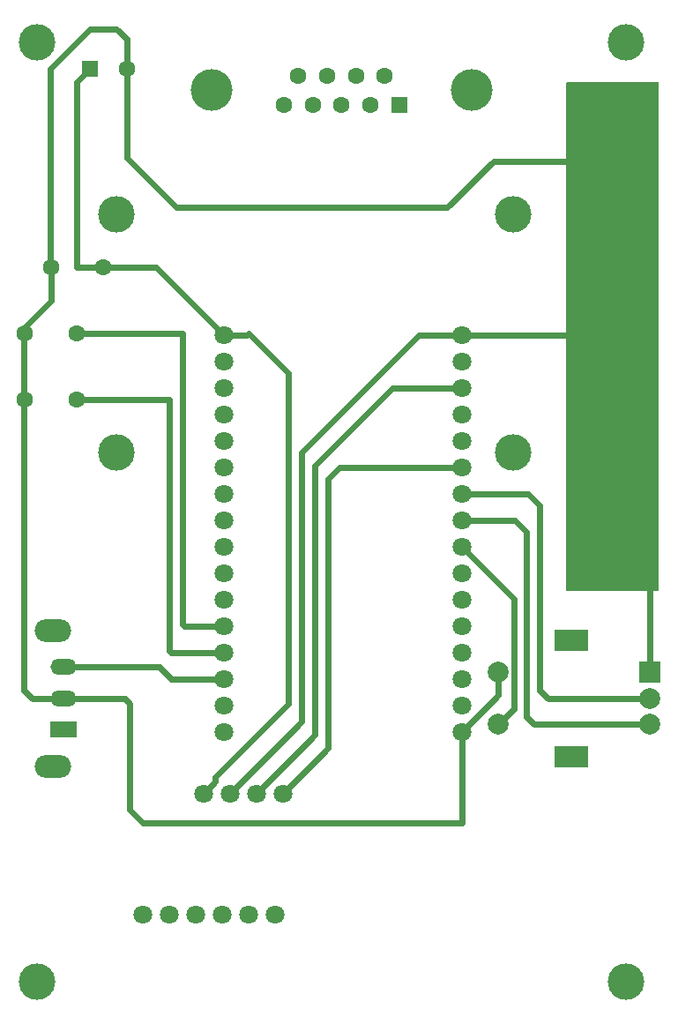
<source format=gbr>
%TF.GenerationSoftware,KiCad,Pcbnew,9.0.5*%
%TF.CreationDate,2025-10-04T12:42:16+02:00*%
%TF.ProjectId,elastick_adapter,656c6173-7469-4636-9b5f-616461707465,rev?*%
%TF.SameCoordinates,Original*%
%TF.FileFunction,Copper,L2,Bot*%
%TF.FilePolarity,Positive*%
%FSLAX46Y46*%
G04 Gerber Fmt 4.6, Leading zero omitted, Abs format (unit mm)*
G04 Created by KiCad (PCBNEW 9.0.5) date 2025-10-04 12:42:16*
%MOMM*%
%LPD*%
G01*
G04 APERTURE LIST*
G04 Aperture macros list*
%AMRoundRect*
0 Rectangle with rounded corners*
0 $1 Rounding radius*
0 $2 $3 $4 $5 $6 $7 $8 $9 X,Y pos of 4 corners*
0 Add a 4 corners polygon primitive as box body*
4,1,4,$2,$3,$4,$5,$6,$7,$8,$9,$2,$3,0*
0 Add four circle primitives for the rounded corners*
1,1,$1+$1,$2,$3*
1,1,$1+$1,$4,$5*
1,1,$1+$1,$6,$7*
1,1,$1+$1,$8,$9*
0 Add four rect primitives between the rounded corners*
20,1,$1+$1,$2,$3,$4,$5,0*
20,1,$1+$1,$4,$5,$6,$7,0*
20,1,$1+$1,$6,$7,$8,$9,0*
20,1,$1+$1,$8,$9,$2,$3,0*%
G04 Aperture macros list end*
%TA.AperFunction,ComponentPad*%
%ADD10C,1.800000*%
%TD*%
%TA.AperFunction,WasherPad*%
%ADD11C,3.500000*%
%TD*%
%TA.AperFunction,ComponentPad*%
%ADD12C,1.600000*%
%TD*%
%TA.AperFunction,ComponentPad*%
%ADD13C,4.000000*%
%TD*%
%TA.AperFunction,ComponentPad*%
%ADD14R,1.600000X1.600000*%
%TD*%
%TA.AperFunction,ComponentPad*%
%ADD15RoundRect,0.250000X-0.550000X-0.550000X0.550000X-0.550000X0.550000X0.550000X-0.550000X0.550000X0*%
%TD*%
%TA.AperFunction,ComponentPad*%
%ADD16R,2.000000X2.000000*%
%TD*%
%TA.AperFunction,ComponentPad*%
%ADD17C,2.000000*%
%TD*%
%TA.AperFunction,ComponentPad*%
%ADD18R,3.200000X2.000000*%
%TD*%
%TA.AperFunction,ComponentPad*%
%ADD19O,3.500000X2.200000*%
%TD*%
%TA.AperFunction,ComponentPad*%
%ADD20R,2.500000X1.500000*%
%TD*%
%TA.AperFunction,ComponentPad*%
%ADD21O,2.500000X1.500000*%
%TD*%
%TA.AperFunction,Conductor*%
%ADD22C,0.600000*%
%TD*%
G04 APERTURE END LIST*
D10*
%TO.P,J2,1,VBUS*%
%TO.N,unconnected-(J2-VBUS-Pad1)*%
X119380000Y-149840000D03*
%TO.P,J2,2,GND*%
%TO.N,unconnected-(J2-GND-Pad2)*%
X121920000Y-149840000D03*
%TO.P,J2,3,CC1*%
%TO.N,unconnected-(J2-CC1-Pad3)*%
X124460000Y-149840000D03*
%TO.P,J2,4,D-*%
%TO.N,unconnected-(J2-D--Pad4)*%
X127000000Y-149840000D03*
%TO.P,J2,5,D+*%
%TO.N,unconnected-(J2-D+-Pad5)*%
X129540000Y-149840000D03*
%TO.P,J2,6,CC2*%
%TO.N,unconnected-(J2-CC2-Pad6)*%
X132080000Y-149840000D03*
%TD*%
D11*
%TO.P,REF\u002A\u002A,*%
%TO.N,*%
X165735000Y-156210000D03*
%TD*%
%TO.P,REF\u002A\u002A,*%
%TO.N,*%
X165735000Y-66040000D03*
%TD*%
D12*
%TO.P,C4,1*%
%TO.N,/GND_NET*%
X107990000Y-100330000D03*
%TO.P,C4,2*%
%TO.N,Net-(C4-Pad2)*%
X112990000Y-100330000D03*
%TD*%
%TO.P,C3,1*%
%TO.N,/GND_NET*%
X107990000Y-93980000D03*
%TO.P,C3,2*%
%TO.N,Net-(C3-Pad2)*%
X112990000Y-93980000D03*
%TD*%
D11*
%TO.P,REF\u002A\u002A,*%
%TO.N,*%
X154940000Y-105410000D03*
%TD*%
%TO.P,REF\u002A\u002A,*%
%TO.N,*%
X116840000Y-82550000D03*
%TD*%
%TO.P,REF\u002A\u002A,*%
%TO.N,*%
X109220000Y-66040000D03*
%TD*%
%TO.P,REF\u002A\u002A,*%
%TO.N,*%
X109220000Y-156210000D03*
%TD*%
D13*
%TO.P,J1,0,PAD*%
%TO.N,unconnected-(J1-PAD-Pad0)_1*%
X150930000Y-70675331D03*
%TO.N,unconnected-(J1-PAD-Pad0)*%
X125930000Y-70675331D03*
D14*
%TO.P,J1,1,1*%
%TO.N,Net-(U1-4)*%
X143970000Y-72095331D03*
D12*
%TO.P,J1,2,2*%
%TO.N,Net-(U1-17)*%
X141200000Y-72095331D03*
%TO.P,J1,3,3*%
%TO.N,Net-(U1-26)*%
X138430000Y-72095331D03*
%TO.P,J1,4,4*%
%TO.N,Net-(U1-14)*%
X135660000Y-72095331D03*
%TO.P,J1,5,5*%
%TO.N,Net-(C4-Pad2)*%
X132890000Y-72095331D03*
%TO.P,J1,6,6*%
%TO.N,Net-(U1-16)*%
X142585000Y-69255331D03*
%TO.P,J1,7,7*%
%TO.N,Net-(U1-25)*%
X139815000Y-69255331D03*
%TO.P,J1,8,8*%
%TO.N,Net-(U1-27)*%
X137045000Y-69255331D03*
%TO.P,J1,9,9*%
%TO.N,Net-(C3-Pad2)*%
X134275000Y-69255331D03*
%TD*%
D11*
%TO.P,REF\u002A\u002A,*%
%TO.N,*%
X154940000Y-82550000D03*
%TD*%
%TO.P,REF\u002A\u002A,*%
%TO.N,*%
X116840000Y-105410000D03*
%TD*%
D10*
%TO.P,U1,1,3v*%
%TO.N,Net-(DS1-vcc)*%
X127125000Y-94135662D03*
%TO.P,U1,2,reset*%
%TO.N,unconnected-(U1-reset-Pad2)*%
X127125000Y-96675662D03*
%TO.P,U1,3,36*%
%TO.N,unconnected-(U1-36-Pad3)*%
X127125000Y-99215662D03*
%TO.P,U1,4,39*%
%TO.N,unconnected-(U1-39-Pad4)*%
X127125000Y-101755662D03*
%TO.P,U1,5,34*%
%TO.N,unconnected-(U1-34-Pad5)*%
X127125000Y-104295662D03*
%TO.P,U1,6,32*%
%TO.N,unconnected-(U1-32-Pad6)*%
X127125000Y-106835662D03*
%TO.P,U1,7,33*%
%TO.N,unconnected-(U1-33-Pad7)*%
X127125000Y-109375662D03*
%TO.P,U1,8,25*%
%TO.N,Net-(U1-25)*%
X127125000Y-111915662D03*
%TO.P,U1,9,26*%
%TO.N,Net-(U1-26)*%
X127125000Y-114455662D03*
%TO.P,U1,10,27*%
%TO.N,Net-(U1-27)*%
X127125000Y-116995662D03*
%TO.P,U1,11,14*%
%TO.N,Net-(U1-14)*%
X127125000Y-119535662D03*
%TO.P,U1,12,12*%
%TO.N,Net-(C3-Pad2)*%
X127125000Y-122075662D03*
%TO.P,U1,13,13*%
%TO.N,Net-(C4-Pad2)*%
X127125000Y-124615662D03*
%TO.P,U1,14,enable*%
%TO.N,Net-(SW1-C)*%
X127125000Y-127155662D03*
%TO.P,U1,15,usb*%
%TO.N,unconnected-(U1-usb-Pad15)*%
X127125000Y-129695662D03*
%TO.P,U1,16,bat*%
%TO.N,unconnected-(U1-bat-Pad16)*%
X127125000Y-132235662D03*
%TO.P,U1,17,gnd*%
%TO.N,/GND_NET*%
X149985000Y-94135662D03*
%TO.P,U1,18,23*%
%TO.N,unconnected-(U1-23-Pad18)*%
X149985000Y-96675662D03*
%TO.P,U1,19,22*%
%TO.N,Net-(DS1-scl)*%
X149985000Y-99215662D03*
%TO.P,U1,20,1*%
%TO.N,unconnected-(U1-1-Pad20)*%
X149985000Y-101755662D03*
%TO.P,U1,21,3*%
%TO.N,unconnected-(U1-3-Pad21)*%
X149985000Y-104295662D03*
%TO.P,U1,22,21*%
%TO.N,Net-(DS1-sda)*%
X149985000Y-106835662D03*
%TO.P,U1,23,19*%
%TO.N,Net-(U1-19)*%
X149985000Y-109375662D03*
%TO.P,U1,24,18*%
%TO.N,Net-(U1-18)*%
X149985000Y-111915662D03*
%TO.P,U1,25,5*%
%TO.N,Net-(U1-5)*%
X149985000Y-114455662D03*
%TO.P,U1,26,17*%
%TO.N,Net-(U1-17)*%
X149985000Y-116995662D03*
%TO.P,U1,27,16*%
%TO.N,Net-(U1-16)*%
X149985000Y-119535662D03*
%TO.P,U1,28,4*%
%TO.N,Net-(U1-4)*%
X149985000Y-122075662D03*
%TO.P,U1,29,0*%
%TO.N,unconnected-(U1-0-Pad29)*%
X149985000Y-124615662D03*
%TO.P,U1,30,2*%
%TO.N,unconnected-(U1-2-Pad30)*%
X149985000Y-127155662D03*
%TO.P,U1,31,15*%
%TO.N,unconnected-(U1-15-Pad31)*%
X149985000Y-129695662D03*
%TO.P,U1,32,gnd*%
%TO.N,/GND_NET*%
X149985000Y-132235662D03*
%TD*%
D15*
%TO.P,C1,1*%
%TO.N,Net-(DS1-vcc)*%
X114300000Y-68580000D03*
D12*
%TO.P,C1,2*%
%TO.N,/GND_NET*%
X117800000Y-68580000D03*
%TD*%
%TO.P,C2,1*%
%TO.N,Net-(DS1-vcc)*%
X115530000Y-87630000D03*
%TO.P,C2,2*%
%TO.N,/GND_NET*%
X110530000Y-87630000D03*
%TD*%
D10*
%TO.P,DS1,1,vcc*%
%TO.N,Net-(DS1-vcc)*%
X125180000Y-138180000D03*
%TO.P,DS1,2,gnd*%
%TO.N,/GND_NET*%
X127720000Y-138180000D03*
%TO.P,DS1,3,scl*%
%TO.N,Net-(DS1-scl)*%
X130260000Y-138180000D03*
%TO.P,DS1,4,sda*%
%TO.N,Net-(DS1-sda)*%
X132800000Y-138180000D03*
%TD*%
D16*
%TO.P,SW2,A,A*%
%TO.N,/GND_NET*%
X168000000Y-126550000D03*
D17*
%TO.P,SW2,B,B*%
%TO.N,Net-(U1-18)*%
X168000000Y-131550000D03*
%TO.P,SW2,C,C*%
%TO.N,Net-(U1-19)*%
X168000000Y-129050000D03*
D18*
%TO.P,SW2,MP*%
%TO.N,N/C*%
X160500000Y-134650000D03*
X160500000Y-123450000D03*
D17*
%TO.P,SW2,S1,S1*%
%TO.N,Net-(U1-5)*%
X153500000Y-131550000D03*
%TO.P,SW2,S2,S2*%
%TO.N,/GND_NET*%
X153500000Y-126550000D03*
%TD*%
D19*
%TO.P,SW1,*%
%TO.N,*%
X110760000Y-135550000D03*
X110760000Y-122550000D03*
D20*
%TO.P,SW1,1,A*%
%TO.N,unconnected-(SW1-A-Pad1)*%
X111760000Y-132050000D03*
D21*
%TO.P,SW1,2,B*%
%TO.N,/GND_NET*%
X111760000Y-129050000D03*
%TO.P,SW1,3,C*%
%TO.N,Net-(SW1-C)*%
X111760000Y-126050000D03*
%TD*%
D22*
%TO.N,Net-(U1-19)*%
X158260000Y-129050000D02*
X168000000Y-129050000D01*
X157480000Y-128270000D02*
X158260000Y-129050000D01*
X157480000Y-128270000D02*
X157480000Y-110490000D01*
X156365662Y-109375662D02*
X149985000Y-109375662D01*
X157480000Y-110490000D02*
X156365662Y-109375662D01*
%TO.N,Net-(U1-18)*%
X155095662Y-111915662D02*
X149985000Y-111915662D01*
X156210000Y-113030000D02*
X155095662Y-111915662D01*
X168000000Y-131550000D02*
X156950000Y-131550000D01*
X156210000Y-130810000D02*
X156210000Y-113030000D01*
X156950000Y-131550000D02*
X156210000Y-130810000D01*
%TO.N,Net-(U1-5)*%
X155001000Y-130049000D02*
X155001000Y-119471662D01*
X155001000Y-119471662D02*
X149985000Y-114455662D01*
X153500000Y-131550000D02*
X155001000Y-130049000D01*
%TO.N,Net-(DS1-vcc)*%
X129540000Y-93980000D02*
X133350000Y-97790000D01*
X129384338Y-94135662D02*
X129540000Y-93980000D01*
X133350000Y-97790000D02*
X133350000Y-129540000D01*
X113030000Y-69850000D02*
X114300000Y-68580000D01*
X126319000Y-137041000D02*
X125180000Y-138180000D01*
X120650000Y-87660662D02*
X120650000Y-87630000D01*
X113030000Y-87630000D02*
X113030000Y-69850000D01*
X120650000Y-87630000D02*
X113030000Y-87630000D01*
X115530000Y-87630000D02*
X120650000Y-87630000D01*
X133350000Y-129540000D02*
X126319000Y-136571000D01*
X127125000Y-94135662D02*
X120650000Y-87660662D01*
X126319000Y-136571000D02*
X126319000Y-137041000D01*
X127125000Y-94135662D02*
X129384338Y-94135662D01*
%TO.N,Net-(DS1-sda)*%
X149985000Y-106835662D02*
X138274338Y-106835662D01*
X137160000Y-133820000D02*
X132800000Y-138180000D01*
X137160000Y-107950000D02*
X137160000Y-133820000D01*
X138274338Y-106835662D02*
X137160000Y-107950000D01*
%TO.N,Net-(DS1-scl)*%
X135890000Y-106680000D02*
X135890000Y-132550000D01*
X135890000Y-132550000D02*
X130260000Y-138180000D01*
X149985000Y-99215662D02*
X143354338Y-99215662D01*
X143354338Y-99215662D02*
X135890000Y-106680000D01*
%TO.N,Net-(C3-Pad2)*%
X123190000Y-121920000D02*
X123345662Y-122075662D01*
X123190000Y-93980000D02*
X123190000Y-121920000D01*
X112990000Y-93980000D02*
X123190000Y-93980000D01*
X123345662Y-122075662D02*
X127125000Y-122075662D01*
%TO.N,Net-(C4-Pad2)*%
X122075662Y-124615662D02*
X127125000Y-124615662D01*
X121920000Y-124460000D02*
X122075662Y-124615662D01*
X112990000Y-100330000D02*
X121920000Y-100330000D01*
X121920000Y-100330000D02*
X121920000Y-124460000D01*
%TO.N,Net-(SW1-C)*%
X111760000Y-126050000D02*
X120970000Y-126050000D01*
X126969338Y-127000000D02*
X127125000Y-127155662D01*
X120970000Y-126050000D02*
X122075662Y-127155662D01*
X122075662Y-127155662D02*
X127125000Y-127155662D01*
%TO.N,/GND_NET*%
X117620000Y-129050000D02*
X118110000Y-129540000D01*
X117800000Y-68580000D02*
X117800000Y-65730000D01*
X110490000Y-68580000D02*
X110490000Y-87590000D01*
X114300000Y-64770000D02*
X110490000Y-68580000D01*
X108730000Y-129050000D02*
X111760000Y-129050000D01*
X153500000Y-128720662D02*
X153500000Y-126550000D01*
X117800000Y-65730000D02*
X116840000Y-64770000D01*
X161134338Y-94135662D02*
X161290000Y-93980000D01*
X118110000Y-129540000D02*
X118110000Y-139700000D01*
X107950000Y-128270000D02*
X108730000Y-129050000D01*
X107990000Y-93385000D02*
X110530000Y-90845000D01*
X161290000Y-93980000D02*
X161290000Y-77470000D01*
X149985000Y-94135662D02*
X161134338Y-94135662D01*
X111760000Y-129050000D02*
X117620000Y-129050000D01*
X149937306Y-94183356D02*
X149985000Y-94135662D01*
X117800000Y-77160000D02*
X117800000Y-68580000D01*
X134620000Y-105410000D02*
X145846644Y-94183356D01*
X149985000Y-132235662D02*
X153500000Y-128720662D01*
X107950000Y-94020000D02*
X107950000Y-128270000D01*
X107990000Y-93980000D02*
X107990000Y-93385000D01*
X118110000Y-139700000D02*
X119380000Y-140970000D01*
X134620000Y-131280000D02*
X134620000Y-105410000D01*
X127720000Y-138180000D02*
X134620000Y-131280000D01*
X116840000Y-64770000D02*
X114300000Y-64770000D01*
X107990000Y-93980000D02*
X107950000Y-94020000D01*
X168000000Y-126550000D02*
X168000000Y-100690000D01*
X149985000Y-132235662D02*
X149985000Y-140970000D01*
X110530000Y-90845000D02*
X110530000Y-87630000D01*
X168000000Y-100690000D02*
X161290000Y-93980000D01*
X153035000Y-77470000D02*
X148590000Y-81915000D01*
X149985000Y-140970000D02*
X119380000Y-140970000D01*
X161290000Y-77470000D02*
X153035000Y-77470000D01*
X148590000Y-81915000D02*
X122555000Y-81915000D01*
X145846644Y-94183356D02*
X149937306Y-94183356D01*
X122555000Y-81915000D02*
X117800000Y-77160000D01*
X110490000Y-87590000D02*
X110530000Y-87630000D01*
%TD*%
%TA.AperFunction,Conductor*%
%TO.N,/GND_NET*%
G36*
X168853039Y-69869685D02*
G01*
X168898794Y-69922489D01*
X168910000Y-69974000D01*
X168910000Y-118621000D01*
X168890315Y-118688039D01*
X168837511Y-118733794D01*
X168786000Y-118745000D01*
X160144000Y-118745000D01*
X160076961Y-118725315D01*
X160031206Y-118672511D01*
X160020000Y-118621000D01*
X160020000Y-69974000D01*
X160039685Y-69906961D01*
X160092489Y-69861206D01*
X160144000Y-69850000D01*
X168786000Y-69850000D01*
X168853039Y-69869685D01*
G37*
%TD.AperFunction*%
%TD*%
M02*

</source>
